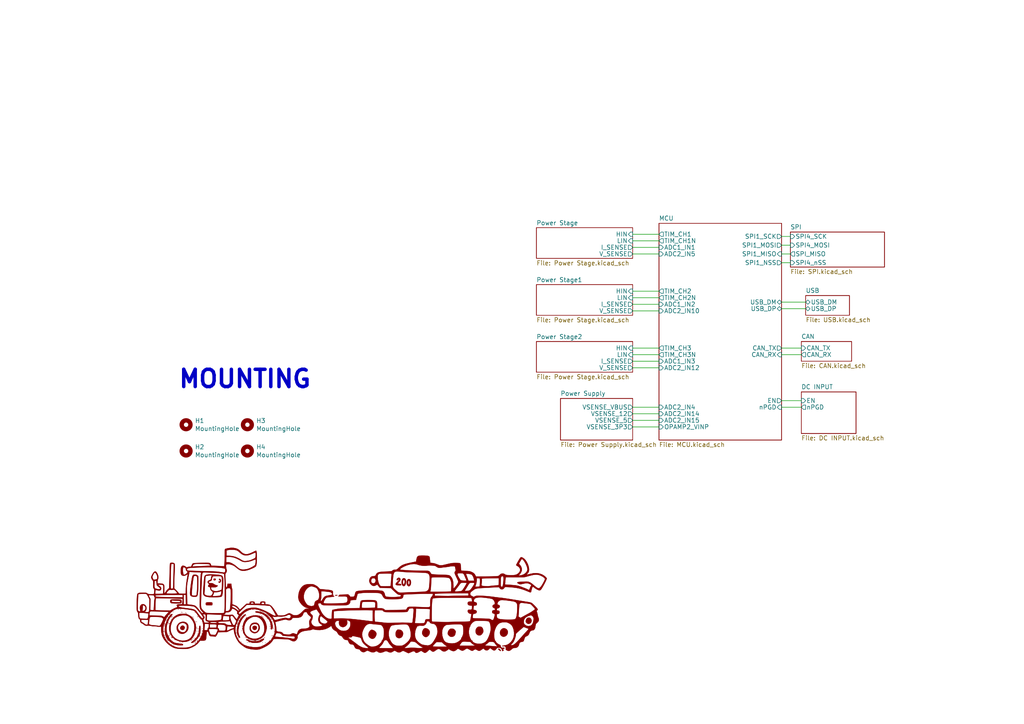
<source format=kicad_sch>
(kicad_sch (version 20230121) (generator eeschema)
  (paper "A4")
  (lib_symbols
    (symbol "Mechanical:MountingHole" (pin_names (offset 1.016))
      (property "Reference" "H" (at 0 5.08 0))
      (property "Value" "MountingHole" (at 0 3.175 0))
    )
    (symbol "_HOME GROWN:LOGO" (pin_names (offset 1.016)))
  )
  (wire (pts (xy 183.515 67.945) (xy 191.135 67.945)))
  (wire (pts (xy 226.695 89.535) (xy 233.68 89.535)))
  (wire (pts (xy 183.515 73.66) (xy 191.135 73.66)))
  (wire (pts (xy 226.695 118.11) (xy 232.41 118.11)))
  (wire (pts (xy 183.515 123.825) (xy 191.135 123.825)))
  (wire (pts (xy 183.515 118.11) (xy 191.135 118.11)))
  (wire (pts (xy 226.695 87.63) (xy 233.68 87.63)))
  (wire (pts (xy 183.515 88.265) (xy 191.135 88.265)))
  (wire (pts (xy 183.515 86.36) (xy 191.135 86.36)))
  (wire (pts (xy 226.695 102.87) (xy 232.41 102.87)))
  (wire (pts (xy 226.695 71.12) (xy 229.235 71.12)))
  (wire (pts (xy 183.515 120.015) (xy 191.135 120.015)))
  (wire (pts (xy 183.515 100.965) (xy 191.135 100.965)))
  (wire (pts (xy 183.515 104.775) (xy 191.135 104.775)))
  (wire (pts (xy 226.695 68.58) (xy 229.235 68.58)))
  (wire (pts (xy 183.515 84.455) (xy 191.135 84.455)))
  (wire (pts (xy 183.515 121.92) (xy 191.135 121.92)))
  (wire (pts (xy 183.515 106.68) (xy 191.135 106.68)))
  (wire (pts (xy 226.695 76.2) (xy 229.235 76.2)))
  (wire (pts (xy 183.515 69.85) (xy 191.135 69.85)))
  (wire (pts (xy 226.695 73.66) (xy 229.235 73.66)))
  (wire (pts (xy 226.695 116.205) (xy 232.41 116.205)))
  (wire (pts (xy 183.515 71.755) (xy 191.135 71.755)))
  (wire (pts (xy 226.695 100.965) (xy 232.41 100.965)))
  (wire (pts (xy 183.515 102.87) (xy 191.135 102.87)))
  (wire (pts (xy 183.515 90.17) (xy 191.135 90.17)))
  (text "MOUNTING" (at 51.435 113.03 0) (effects (font (size 5.0038 5.0038) (thickness 1.0008) bold) (justify left bottom)))
  (symbol (lib_id "Mechanical:MountingHole") (at 53.975 123.19 0) (unit 1)
    (property "Reference" "H1" (at 56.515 122.0216 0) (effects (justify left)))
    (property "Value" "MountingHole" (at 56.515 124.333 0) (effects (justify left)))
    (property "Footprint" "MountingHole:MountingHole_3.2mm_M3" (effects hide))
  )
  (symbol (lib_id "Mechanical:MountingHole") (at 71.755 130.81 0) (unit 1)
    (property "Reference" "H4" (at 74.295 129.6416 0) (effects (justify left)))
    (property "Value" "MountingHole" (at 74.295 131.953 0) (effects (justify left)))
    (property "Footprint" "MountingHole:MountingHole_3.2mm_M3" (effects hide))
  )
  (symbol (lib_id "Mechanical:MountingHole") (at 53.975 130.81 0) (unit 1)
    (property "Reference" "H2" (at 56.515 129.6416 0) (effects (justify left)))
    (property "Value" "MountingHole" (at 56.515 131.953 0) (effects (justify left)))
    (property "Footprint" "MountingHole:MountingHole_3.2mm_M3" (effects hide))
  )
  (symbol (lib_id "Mechanical:MountingHole") (at 71.755 123.19 0) (unit 1)
    (property "Reference" "H3" (at 74.295 122.0216 0) (effects (justify left)))
    (property "Value" "MountingHole" (at 74.295 124.333 0) (effects (justify left)))
    (property "Footprint" "MountingHole:MountingHole_3.2mm_M3" (effects hide))
  )
  (symbol (lib_id "_HOME GROWN:LOGO") (at 97.79 177.165 0) (unit 1)
    (property "Reference" "#G1" (effects hide))
    (property "Value" "LOGO" (effects hide))
    (property "Footprint" "_Home_Grow:Tractor Pull" (effects hide))
  )
  (sheet (at 162.56 115.57) (size 20.955 12.065) (stroke (width 0.1524))
    (property "Sheetname" "Power Supply" (at 162.56 114.8584 0) (effects (justify left bottom)))
    (property "Sheetfile" "Power Supply.kicad_sch" (at 162.56 128.2196 0) (effects (justify left top)))
    (pin "VSENSE_VBUS" output (at 183.515 118.11 0))
    (pin "VSENSE_12" output (at 183.515 120.015 0))
    (pin "VSENSE_3P3" output (at 183.515 123.825 0))
    (pin "VSENSE_5" output (at 183.515 121.92 0))
  )
  (sheet (at 155.575 66.04) (size 27.94 8.89) (stroke (width 0.1524))
    (property "Sheetname" "Power Stage" (at 155.575 65.405 0) (effects (justify left bottom)))
    (property "Sheetfile" "Power Stage.kicad_sch" (at 155.575 75.565 0) (effects (justify left top)))
    (pin "HIN" input (at 183.515 67.945 0))
    (pin "LIN" input (at 183.515 69.85 0))
    (pin "V_SENSE" output (at 183.515 73.66 0))
    (pin "I_SENSE" output (at 183.515 71.755 0))
  )
  (sheet (at 233.68 85.725) (size 12.7 5.715) (stroke (width 0.1524))
    (property "Sheetname" "USB" (at 233.68 85.0134 0) (effects (justify left bottom)))
    (property "Sheetfile" "USB.kicad_sch" (at 233.68 92.0246 0) (effects (justify left top)))
    (pin "USB_DM" bidirectional (at 233.68 87.63 180))
    (pin "USB_DP" bidirectional (at 233.68 89.535 180))
  )
  (sheet (at 229.235 67.31) (size 27.305 10.16) (stroke (width 0.1524))
    (property "Sheetname" "SPI" (at 229.235 66.5984 0) (effects (justify left bottom)))
    (property "Sheetfile" "SPI.kicad_sch" (at 229.235 78.0546 0) (effects (justify left top)))
    (pin "SPI4_MOSI" input (at 229.235 71.12 180))
    (pin "SPI4_SCK" input (at 229.235 68.58 180))
    (pin "SPI4_nSS" input (at 229.235 76.2 180))
    (pin "SPI_MISO" output (at 229.235 73.66 180))
  )
  (sheet (at 232.41 99.06) (size 14.605 5.715) (stroke (width 0.1524))
    (property "Sheetname" "CAN" (at 232.41 98.3484 0) (effects (justify left bottom)))
    (property "Sheetfile" "CAN.kicad_sch" (at 232.41 105.3596 0) (effects (justify left top)))
    (pin "CAN_RX" output (at 232.41 102.87 180))
    (pin "CAN_TX" input (at 232.41 100.965 180))
  )
  (sheet (at 155.575 99.06) (size 27.94 8.89) (stroke (width 0.1524))
    (property "Sheetname" "Power Stage2" (at 155.575 98.425 0) (effects (justify left bottom)))
    (property "Sheetfile" "Power Stage.kicad_sch" (at 155.575 108.585 0) (effects (justify left top)))
    (pin "HIN" input (at 183.515 100.965 0))
    (pin "LIN" input (at 183.515 102.87 0))
    (pin "V_SENSE" output (at 183.515 106.68 0))
    (pin "I_SENSE" output (at 183.515 104.775 0))
  )
  (sheet (at 232.41 113.665) (size 15.875 12.065) (stroke (width 0.1524))
    (property "Sheetname" "DC INPUT" (at 232.41 112.9534 0) (effects (justify left bottom)))
    (property "Sheetfile" "DC INPUT.kicad_sch" (at 232.41 126.3146 0) (effects (justify left top)))
    (pin "EN" input (at 232.41 116.205 180))
    (pin "nPGD" output (at 232.41 118.11 180))
  )
  (sheet (at 191.135 64.77) (size 35.56 62.865) (stroke (width 0.1524))
    (property "Sheetname" "MCU" (at 191.135 64.0584 0) (effects (justify left bottom)))
    (property "Sheetfile" "MCU.kicad_sch" (at 191.135 128.2196 0) (effects (justify left top)))
    (pin "ADC2_IN12" input (at 191.135 106.68 180))
    (pin "CAN_RX" input (at 226.695 102.87 0))
    (pin "CAN_TX" output (at 226.695 100.965 0))
    (pin "ADC2_IN14" input (at 191.135 120.015 180))
    (pin "TIM_CH3N" output (at 191.135 102.87 180))
    (pin "TIM_CH2N" output (at 191.135 86.36 180))
    (pin "ADC2_IN10" input (at 191.135 90.17 180))
    (pin "TIM_CH2" output (at 191.135 84.455 180))
    (pin "TIM_CH1" output (at 191.135 67.945 180))
    (pin "TIM_CH3" output (at 191.135 100.965 180))
    (pin "USB_DM" bidirectional (at 226.695 87.63 0))
    (pin "USB_DP" bidirectional (at 226.695 89.535 0))
    (pin "TIM_CH1N" output (at 191.135 69.85 180))
    (pin "ADC2_IN5" input (at 191.135 73.66 180))
    (pin "SPI1_SCK" output (at 226.695 68.58 0))
    (pin "SPI1_MOSI" output (at 226.695 71.12 0))
    (pin "SPI1_MISO" input (at 226.695 73.66 0))
    (pin "ADC1_IN1" input (at 191.135 71.755 180))
    (pin "ADC1_IN2" input (at 191.135 88.265 180))
    (pin "SPI1_NSS" output (at 226.695 76.2 0))
    (pin "ADC1_IN3" input (at 191.135 104.775 180))
    (pin "ADC2_IN4" input (at 191.135 118.11 180))
    (pin "ADC2_IN15" input (at 191.135 121.92 180))
    (pin "OPAMP2_VINP" input (at 191.135 123.825 180))
    (pin "EN" output (at 226.695 116.205 0))
    (pin "nPGD" input (at 226.695 118.11 0))
  )
  (sheet (at 155.575 82.55) (size 27.94 8.89) (stroke (width 0.1524))
    (property "Sheetname" "Power Stage1" (at 155.575 81.915 0) (effects (justify left bottom)))
    (property "Sheetfile" "Power Stage.kicad_sch" (at 155.575 92.075 0) (effects (justify left top)))
    (pin "HIN" input (at 183.515 84.455 0))
    (pin "LIN" input (at 183.515 86.36 0))
    (pin "V_SENSE" output (at 183.515 90.17 0))
    (pin "I_SENSE" output (at 183.515 88.265 0))
  )
)
</source>
